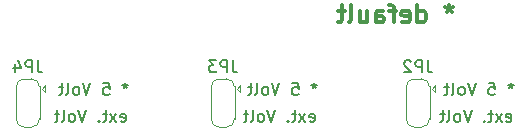
<source format=gbr>
%TF.GenerationSoftware,KiCad,Pcbnew,(6.0.7)*%
%TF.CreationDate,2023-01-04T14:37:49+01:00*%
%TF.ProjectId,s0 interface,73302069-6e74-4657-9266-6163652e6b69,rev?*%
%TF.SameCoordinates,Original*%
%TF.FileFunction,Legend,Bot*%
%TF.FilePolarity,Positive*%
%FSLAX46Y46*%
G04 Gerber Fmt 4.6, Leading zero omitted, Abs format (unit mm)*
G04 Created by KiCad (PCBNEW (6.0.7)) date 2023-01-04 14:37:49*
%MOMM*%
%LPD*%
G01*
G04 APERTURE LIST*
%ADD10C,0.300000*%
%ADD11C,0.150000*%
%ADD12C,0.120000*%
G04 APERTURE END LIST*
D10*
X205985428Y-55947571D02*
X205985428Y-56304714D01*
X206342571Y-56161857D02*
X205985428Y-56304714D01*
X205628285Y-56161857D01*
X206199714Y-56590428D02*
X205985428Y-56304714D01*
X205771142Y-56590428D01*
X203271142Y-57447571D02*
X203271142Y-55947571D01*
X203271142Y-57376142D02*
X203414000Y-57447571D01*
X203699714Y-57447571D01*
X203842571Y-57376142D01*
X203914000Y-57304714D01*
X203985428Y-57161857D01*
X203985428Y-56733285D01*
X203914000Y-56590428D01*
X203842571Y-56519000D01*
X203699714Y-56447571D01*
X203414000Y-56447571D01*
X203271142Y-56519000D01*
X201985428Y-57376142D02*
X202128285Y-57447571D01*
X202414000Y-57447571D01*
X202556857Y-57376142D01*
X202628285Y-57233285D01*
X202628285Y-56661857D01*
X202556857Y-56519000D01*
X202414000Y-56447571D01*
X202128285Y-56447571D01*
X201985428Y-56519000D01*
X201914000Y-56661857D01*
X201914000Y-56804714D01*
X202628285Y-56947571D01*
X201485428Y-56447571D02*
X200914000Y-56447571D01*
X201271142Y-57447571D02*
X201271142Y-56161857D01*
X201199714Y-56019000D01*
X201056857Y-55947571D01*
X200914000Y-55947571D01*
X199771142Y-57447571D02*
X199771142Y-56661857D01*
X199842571Y-56519000D01*
X199985428Y-56447571D01*
X200271142Y-56447571D01*
X200414000Y-56519000D01*
X199771142Y-57376142D02*
X199914000Y-57447571D01*
X200271142Y-57447571D01*
X200414000Y-57376142D01*
X200485428Y-57233285D01*
X200485428Y-57090428D01*
X200414000Y-56947571D01*
X200271142Y-56876142D01*
X199914000Y-56876142D01*
X199771142Y-56804714D01*
X198414000Y-56447571D02*
X198414000Y-57447571D01*
X199056857Y-56447571D02*
X199056857Y-57233285D01*
X198985428Y-57376142D01*
X198842571Y-57447571D01*
X198628285Y-57447571D01*
X198485428Y-57376142D01*
X198414000Y-57304714D01*
X197485428Y-57447571D02*
X197628285Y-57376142D01*
X197699714Y-57233285D01*
X197699714Y-55947571D01*
X197128285Y-56447571D02*
X196556857Y-56447571D01*
X196914000Y-55947571D02*
X196914000Y-57233285D01*
X196842571Y-57376142D01*
X196699714Y-57447571D01*
X196556857Y-57447571D01*
D11*
X211200666Y-62571380D02*
X211200666Y-62809476D01*
X211438761Y-62714238D02*
X211200666Y-62809476D01*
X210962571Y-62714238D01*
X211343523Y-62999952D02*
X211200666Y-62809476D01*
X211057809Y-62999952D01*
X209343523Y-62571380D02*
X209819714Y-62571380D01*
X209867333Y-63047571D01*
X209819714Y-62999952D01*
X209724476Y-62952333D01*
X209486380Y-62952333D01*
X209391142Y-62999952D01*
X209343523Y-63047571D01*
X209295904Y-63142809D01*
X209295904Y-63380904D01*
X209343523Y-63476142D01*
X209391142Y-63523761D01*
X209486380Y-63571380D01*
X209724476Y-63571380D01*
X209819714Y-63523761D01*
X209867333Y-63476142D01*
X208248285Y-62571380D02*
X207914952Y-63571380D01*
X207581619Y-62571380D01*
X207105428Y-63571380D02*
X207200666Y-63523761D01*
X207248285Y-63476142D01*
X207295904Y-63380904D01*
X207295904Y-63095190D01*
X207248285Y-62999952D01*
X207200666Y-62952333D01*
X207105428Y-62904714D01*
X206962571Y-62904714D01*
X206867333Y-62952333D01*
X206819714Y-62999952D01*
X206772095Y-63095190D01*
X206772095Y-63380904D01*
X206819714Y-63476142D01*
X206867333Y-63523761D01*
X206962571Y-63571380D01*
X207105428Y-63571380D01*
X206200666Y-63571380D02*
X206295904Y-63523761D01*
X206343523Y-63428523D01*
X206343523Y-62571380D01*
X205962571Y-62904714D02*
X205581619Y-62904714D01*
X205819714Y-62571380D02*
X205819714Y-63428523D01*
X205772095Y-63523761D01*
X205676857Y-63571380D01*
X205581619Y-63571380D01*
X178561666Y-62571380D02*
X178561666Y-62809476D01*
X178799761Y-62714238D02*
X178561666Y-62809476D01*
X178323571Y-62714238D01*
X178704523Y-62999952D02*
X178561666Y-62809476D01*
X178418809Y-62999952D01*
X176704523Y-62571380D02*
X177180714Y-62571380D01*
X177228333Y-63047571D01*
X177180714Y-62999952D01*
X177085476Y-62952333D01*
X176847380Y-62952333D01*
X176752142Y-62999952D01*
X176704523Y-63047571D01*
X176656904Y-63142809D01*
X176656904Y-63380904D01*
X176704523Y-63476142D01*
X176752142Y-63523761D01*
X176847380Y-63571380D01*
X177085476Y-63571380D01*
X177180714Y-63523761D01*
X177228333Y-63476142D01*
X175609285Y-62571380D02*
X175275952Y-63571380D01*
X174942619Y-62571380D01*
X174466428Y-63571380D02*
X174561666Y-63523761D01*
X174609285Y-63476142D01*
X174656904Y-63380904D01*
X174656904Y-63095190D01*
X174609285Y-62999952D01*
X174561666Y-62952333D01*
X174466428Y-62904714D01*
X174323571Y-62904714D01*
X174228333Y-62952333D01*
X174180714Y-62999952D01*
X174133095Y-63095190D01*
X174133095Y-63380904D01*
X174180714Y-63476142D01*
X174228333Y-63523761D01*
X174323571Y-63571380D01*
X174466428Y-63571380D01*
X173561666Y-63571380D02*
X173656904Y-63523761D01*
X173704523Y-63428523D01*
X173704523Y-62571380D01*
X173323571Y-62904714D02*
X172942619Y-62904714D01*
X173180714Y-62571380D02*
X173180714Y-63428523D01*
X173133095Y-63523761D01*
X173037857Y-63571380D01*
X172942619Y-63571380D01*
X194563666Y-62571380D02*
X194563666Y-62809476D01*
X194801761Y-62714238D02*
X194563666Y-62809476D01*
X194325571Y-62714238D01*
X194706523Y-62999952D02*
X194563666Y-62809476D01*
X194420809Y-62999952D01*
X192706523Y-62571380D02*
X193182714Y-62571380D01*
X193230333Y-63047571D01*
X193182714Y-62999952D01*
X193087476Y-62952333D01*
X192849380Y-62952333D01*
X192754142Y-62999952D01*
X192706523Y-63047571D01*
X192658904Y-63142809D01*
X192658904Y-63380904D01*
X192706523Y-63476142D01*
X192754142Y-63523761D01*
X192849380Y-63571380D01*
X193087476Y-63571380D01*
X193182714Y-63523761D01*
X193230333Y-63476142D01*
X191611285Y-62571380D02*
X191277952Y-63571380D01*
X190944619Y-62571380D01*
X190468428Y-63571380D02*
X190563666Y-63523761D01*
X190611285Y-63476142D01*
X190658904Y-63380904D01*
X190658904Y-63095190D01*
X190611285Y-62999952D01*
X190563666Y-62952333D01*
X190468428Y-62904714D01*
X190325571Y-62904714D01*
X190230333Y-62952333D01*
X190182714Y-62999952D01*
X190135095Y-63095190D01*
X190135095Y-63380904D01*
X190182714Y-63476142D01*
X190230333Y-63523761D01*
X190325571Y-63571380D01*
X190468428Y-63571380D01*
X189563666Y-63571380D02*
X189658904Y-63523761D01*
X189706523Y-63428523D01*
X189706523Y-62571380D01*
X189325571Y-62904714D02*
X188944619Y-62904714D01*
X189182714Y-62571380D02*
X189182714Y-63428523D01*
X189135095Y-63523761D01*
X189039857Y-63571380D01*
X188944619Y-63571380D01*
X178188619Y-65809761D02*
X178283857Y-65857380D01*
X178474333Y-65857380D01*
X178569571Y-65809761D01*
X178617190Y-65714523D01*
X178617190Y-65333571D01*
X178569571Y-65238333D01*
X178474333Y-65190714D01*
X178283857Y-65190714D01*
X178188619Y-65238333D01*
X178141000Y-65333571D01*
X178141000Y-65428809D01*
X178617190Y-65524047D01*
X177807666Y-65857380D02*
X177283857Y-65190714D01*
X177807666Y-65190714D02*
X177283857Y-65857380D01*
X177045761Y-65190714D02*
X176664809Y-65190714D01*
X176902904Y-64857380D02*
X176902904Y-65714523D01*
X176855285Y-65809761D01*
X176760047Y-65857380D01*
X176664809Y-65857380D01*
X176331476Y-65762142D02*
X176283857Y-65809761D01*
X176331476Y-65857380D01*
X176379095Y-65809761D01*
X176331476Y-65762142D01*
X176331476Y-65857380D01*
X175236238Y-64857380D02*
X174902904Y-65857380D01*
X174569571Y-64857380D01*
X174093380Y-65857380D02*
X174188619Y-65809761D01*
X174236238Y-65762142D01*
X174283857Y-65666904D01*
X174283857Y-65381190D01*
X174236238Y-65285952D01*
X174188619Y-65238333D01*
X174093380Y-65190714D01*
X173950523Y-65190714D01*
X173855285Y-65238333D01*
X173807666Y-65285952D01*
X173760047Y-65381190D01*
X173760047Y-65666904D01*
X173807666Y-65762142D01*
X173855285Y-65809761D01*
X173950523Y-65857380D01*
X174093380Y-65857380D01*
X173188619Y-65857380D02*
X173283857Y-65809761D01*
X173331476Y-65714523D01*
X173331476Y-64857380D01*
X172950523Y-65190714D02*
X172569571Y-65190714D01*
X172807666Y-64857380D02*
X172807666Y-65714523D01*
X172760047Y-65809761D01*
X172664809Y-65857380D01*
X172569571Y-65857380D01*
X210827619Y-65809761D02*
X210922857Y-65857380D01*
X211113333Y-65857380D01*
X211208571Y-65809761D01*
X211256190Y-65714523D01*
X211256190Y-65333571D01*
X211208571Y-65238333D01*
X211113333Y-65190714D01*
X210922857Y-65190714D01*
X210827619Y-65238333D01*
X210780000Y-65333571D01*
X210780000Y-65428809D01*
X211256190Y-65524047D01*
X210446666Y-65857380D02*
X209922857Y-65190714D01*
X210446666Y-65190714D02*
X209922857Y-65857380D01*
X209684761Y-65190714D02*
X209303809Y-65190714D01*
X209541904Y-64857380D02*
X209541904Y-65714523D01*
X209494285Y-65809761D01*
X209399047Y-65857380D01*
X209303809Y-65857380D01*
X208970476Y-65762142D02*
X208922857Y-65809761D01*
X208970476Y-65857380D01*
X209018095Y-65809761D01*
X208970476Y-65762142D01*
X208970476Y-65857380D01*
X207875238Y-64857380D02*
X207541904Y-65857380D01*
X207208571Y-64857380D01*
X206732380Y-65857380D02*
X206827619Y-65809761D01*
X206875238Y-65762142D01*
X206922857Y-65666904D01*
X206922857Y-65381190D01*
X206875238Y-65285952D01*
X206827619Y-65238333D01*
X206732380Y-65190714D01*
X206589523Y-65190714D01*
X206494285Y-65238333D01*
X206446666Y-65285952D01*
X206399047Y-65381190D01*
X206399047Y-65666904D01*
X206446666Y-65762142D01*
X206494285Y-65809761D01*
X206589523Y-65857380D01*
X206732380Y-65857380D01*
X205827619Y-65857380D02*
X205922857Y-65809761D01*
X205970476Y-65714523D01*
X205970476Y-64857380D01*
X205589523Y-65190714D02*
X205208571Y-65190714D01*
X205446666Y-64857380D02*
X205446666Y-65714523D01*
X205399047Y-65809761D01*
X205303809Y-65857380D01*
X205208571Y-65857380D01*
X194190619Y-65809761D02*
X194285857Y-65857380D01*
X194476333Y-65857380D01*
X194571571Y-65809761D01*
X194619190Y-65714523D01*
X194619190Y-65333571D01*
X194571571Y-65238333D01*
X194476333Y-65190714D01*
X194285857Y-65190714D01*
X194190619Y-65238333D01*
X194143000Y-65333571D01*
X194143000Y-65428809D01*
X194619190Y-65524047D01*
X193809666Y-65857380D02*
X193285857Y-65190714D01*
X193809666Y-65190714D02*
X193285857Y-65857380D01*
X193047761Y-65190714D02*
X192666809Y-65190714D01*
X192904904Y-64857380D02*
X192904904Y-65714523D01*
X192857285Y-65809761D01*
X192762047Y-65857380D01*
X192666809Y-65857380D01*
X192333476Y-65762142D02*
X192285857Y-65809761D01*
X192333476Y-65857380D01*
X192381095Y-65809761D01*
X192333476Y-65762142D01*
X192333476Y-65857380D01*
X191238238Y-64857380D02*
X190904904Y-65857380D01*
X190571571Y-64857380D01*
X190095380Y-65857380D02*
X190190619Y-65809761D01*
X190238238Y-65762142D01*
X190285857Y-65666904D01*
X190285857Y-65381190D01*
X190238238Y-65285952D01*
X190190619Y-65238333D01*
X190095380Y-65190714D01*
X189952523Y-65190714D01*
X189857285Y-65238333D01*
X189809666Y-65285952D01*
X189762047Y-65381190D01*
X189762047Y-65666904D01*
X189809666Y-65762142D01*
X189857285Y-65809761D01*
X189952523Y-65857380D01*
X190095380Y-65857380D01*
X189190619Y-65857380D02*
X189285857Y-65809761D01*
X189333476Y-65714523D01*
X189333476Y-64857380D01*
X188952523Y-65190714D02*
X188571571Y-65190714D01*
X188809666Y-64857380D02*
X188809666Y-65714523D01*
X188762047Y-65809761D01*
X188666809Y-65857380D01*
X188571571Y-65857380D01*
%TO.C,JP2*%
X204160333Y-60666380D02*
X204160333Y-61380666D01*
X204207952Y-61523523D01*
X204303190Y-61618761D01*
X204446047Y-61666380D01*
X204541285Y-61666380D01*
X203684142Y-61666380D02*
X203684142Y-60666380D01*
X203303190Y-60666380D01*
X203207952Y-60714000D01*
X203160333Y-60761619D01*
X203112714Y-60856857D01*
X203112714Y-60999714D01*
X203160333Y-61094952D01*
X203207952Y-61142571D01*
X203303190Y-61190190D01*
X203684142Y-61190190D01*
X202731761Y-60761619D02*
X202684142Y-60714000D01*
X202588904Y-60666380D01*
X202350809Y-60666380D01*
X202255571Y-60714000D01*
X202207952Y-60761619D01*
X202160333Y-60856857D01*
X202160333Y-60952095D01*
X202207952Y-61094952D01*
X202779380Y-61666380D01*
X202160333Y-61666380D01*
%TO.C,JP4*%
X171140333Y-60666380D02*
X171140333Y-61380666D01*
X171187952Y-61523523D01*
X171283190Y-61618761D01*
X171426047Y-61666380D01*
X171521285Y-61666380D01*
X170664142Y-61666380D02*
X170664142Y-60666380D01*
X170283190Y-60666380D01*
X170187952Y-60714000D01*
X170140333Y-60761619D01*
X170092714Y-60856857D01*
X170092714Y-60999714D01*
X170140333Y-61094952D01*
X170187952Y-61142571D01*
X170283190Y-61190190D01*
X170664142Y-61190190D01*
X169235571Y-60999714D02*
X169235571Y-61666380D01*
X169473666Y-60618761D02*
X169711761Y-61333047D01*
X169092714Y-61333047D01*
%TO.C,JP3*%
X187650333Y-60666380D02*
X187650333Y-61380666D01*
X187697952Y-61523523D01*
X187793190Y-61618761D01*
X187936047Y-61666380D01*
X188031285Y-61666380D01*
X187174142Y-61666380D02*
X187174142Y-60666380D01*
X186793190Y-60666380D01*
X186697952Y-60714000D01*
X186650333Y-60761619D01*
X186602714Y-60856857D01*
X186602714Y-60999714D01*
X186650333Y-61094952D01*
X186697952Y-61142571D01*
X186793190Y-61190190D01*
X187174142Y-61190190D01*
X186269380Y-60666380D02*
X185650333Y-60666380D01*
X185983666Y-61047333D01*
X185840809Y-61047333D01*
X185745571Y-61094952D01*
X185697952Y-61142571D01*
X185650333Y-61237809D01*
X185650333Y-61475904D01*
X185697952Y-61571142D01*
X185745571Y-61618761D01*
X185840809Y-61666380D01*
X186126523Y-61666380D01*
X186221761Y-61618761D01*
X186269380Y-61571142D01*
D12*
%TO.C,JP2*%
X204327000Y-65662000D02*
X204327000Y-62862000D01*
X204527000Y-63062000D02*
X204827000Y-62762000D01*
X202327000Y-62862000D02*
X202327000Y-65662000D01*
X204827000Y-62762000D02*
X204827000Y-63362000D01*
X203627000Y-62212000D02*
X203027000Y-62212000D01*
X204527000Y-63062000D02*
X204827000Y-63362000D01*
X203027000Y-66312000D02*
X203627000Y-66312000D01*
X203627000Y-66312000D02*
G75*
G03*
X204327000Y-65612000I0J700000D01*
G01*
X202327000Y-65612000D02*
G75*
G03*
X203027000Y-66312000I700000J0D01*
G01*
X204327000Y-62912000D02*
G75*
G03*
X203627000Y-62212000I-699999J1D01*
G01*
X203027000Y-62212000D02*
G75*
G03*
X202327000Y-62912000I-1J-699999D01*
G01*
%TO.C,JP4*%
X170607000Y-62212000D02*
X170007000Y-62212000D01*
X171307000Y-65662000D02*
X171307000Y-62862000D01*
X169307000Y-62862000D02*
X169307000Y-65662000D01*
X171507000Y-63062000D02*
X171807000Y-62762000D01*
X171807000Y-62762000D02*
X171807000Y-63362000D01*
X171507000Y-63062000D02*
X171807000Y-63362000D01*
X170007000Y-66312000D02*
X170607000Y-66312000D01*
X170607000Y-66312000D02*
G75*
G03*
X171307000Y-65612000I0J700000D01*
G01*
X170007000Y-62212000D02*
G75*
G03*
X169307000Y-62912000I-1J-699999D01*
G01*
X171307000Y-62912000D02*
G75*
G03*
X170607000Y-62212000I-699999J1D01*
G01*
X169307000Y-65612000D02*
G75*
G03*
X170007000Y-66312000I700000J0D01*
G01*
%TO.C,JP3*%
X185817000Y-62862000D02*
X185817000Y-65662000D01*
X188017000Y-63062000D02*
X188317000Y-63362000D01*
X187817000Y-65662000D02*
X187817000Y-62862000D01*
X188317000Y-62762000D02*
X188317000Y-63362000D01*
X188017000Y-63062000D02*
X188317000Y-62762000D01*
X186517000Y-66312000D02*
X187117000Y-66312000D01*
X187117000Y-62212000D02*
X186517000Y-62212000D01*
X185817000Y-65612000D02*
G75*
G03*
X186517000Y-66312000I700000J0D01*
G01*
X186517000Y-62212000D02*
G75*
G03*
X185817000Y-62912000I-1J-699999D01*
G01*
X187117000Y-66312000D02*
G75*
G03*
X187817000Y-65612000I0J700000D01*
G01*
X187817000Y-62912000D02*
G75*
G03*
X187117000Y-62212000I-699999J1D01*
G01*
%TD*%
M02*

</source>
